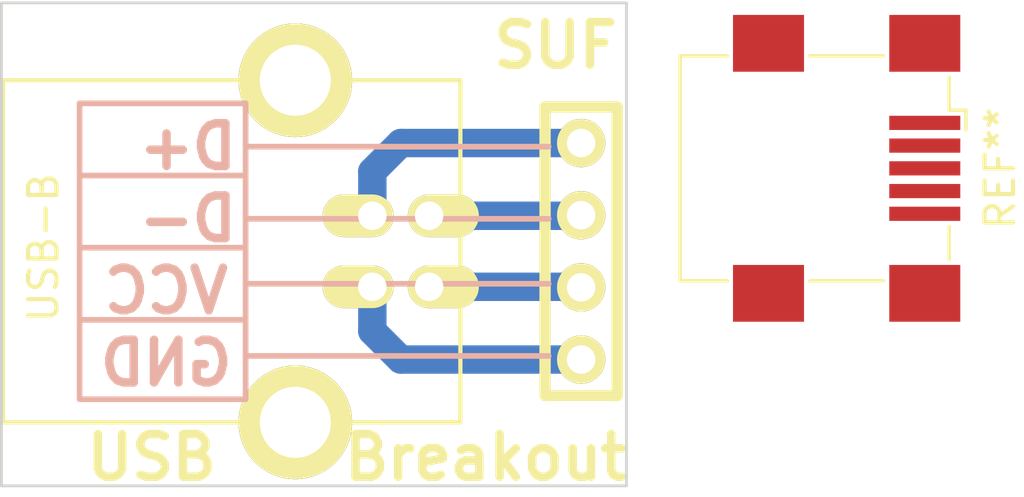
<source format=kicad_pcb>
(kicad_pcb (version 20241229) (generator "pcbnew") (generator_version "9.0")
  (layers (0 "F.Cu" signal) (2 "B.Cu" signal) (13 "F.Paste" user) (15 "B.Paste" user) (5 "F.SilkS" user "F.Silkscreen") (7 "B.SilkS" user "B.Silkscreen") (1 "F.Mask" user) (3 "B.Mask" user) (25 "Edge.Cuts" user))
  (net 0 "")
  (footprint "USB-B" (layer "F.Cu") (at 64.055 58.745 -90)
    (property "Reference" "USB-B" (at -0.127 12.573 270) (layer "F.SilkS"))
    (property "Value" "VAL**" (hide yes))
    (fp_line (start -6.02 14) (end -6.02 -2.1) (stroke (width 0.15)) (layer "F.SilkS"))
    (fp_line (start 6.02 14) (end -6.02 14) (stroke (width 0.15)) (layer "F.SilkS"))
    (fp_line (start -6.02 -2.1) (end 6.02 -2.1) (stroke (width 0.15)) (layer "F.SilkS"))
    (fp_line (start 6.02 -2.1) (end 6.02 14) (stroke (width 0.15)) (layer "F.SilkS"))
    (pad "" thru_hole circle (at -6.02 3.71 270) (size 4 4) (drill 2.5) (layers "*.Cu" "*.Mask" "F.SilkS"))
    (pad "" thru_hole circle (at 6.02 3.71 270) (size 4 4) (drill 2.5) (layers "*.Cu" "*.Mask" "F.SilkS"))
    (pad "1" thru_hole oval (at 1.25 -1 270) (size 1.5 2.5) (drill 1 (offset 0 -0.5)) (layers "*.Cu" "*.Mask" "F.SilkS"))
    (pad "2" thru_hole oval (at -1.25 -1 270) (size 1.5 2.5) (drill 1 (offset 0 -0.5)) (layers "*.Cu" "*.Mask" "F.SilkS"))
    (pad "3" thru_hole oval (at -1.25 1 270) (size 1.5 2.5) (drill 1 (offset 0 0.5)) (layers "*.Cu" "*.Mask" "F.SilkS"))
    (pad "4" thru_hole oval (at 1.25 1 270) (size 1.5 2.5) (drill 1 (offset 0 0.5)) (layers "*.Cu" "*.Mask" "F.SilkS"))
  )
  (footprint "HDR-4" (layer "F.Cu") (at 70.405 58.745 90)
    (property "Reference" "HDR-4" (hide yes))
    (property "Value" "VAL**" (hide yes))
    (fp_line (start 5.08 -1.27) (end 5.08 1.27) (stroke (width 0.39878)) (layer "F.SilkS"))
    (fp_line (start -5.08 -1.27) (end 5.08 -1.27) (stroke (width 0.39878)) (layer "F.SilkS"))
    (fp_line (start -5.08 -1.27) (end -5.08 1.27) (stroke (width 0.381)) (layer "F.SilkS"))
    (fp_line (start -5.08 1.27) (end 5.08 1.27) (stroke (width 0.39878)) (layer "F.SilkS"))
    (pad "1" thru_hole circle (at -3.81 0 90) (size 1.69926 1.69926) (drill 1.00076) (layers "*.Cu" "*.Mask" "F.SilkS"))
    (pad "2" thru_hole circle (at -1.27 0 90) (size 1.69926 1.69926) (drill 1.00076) (layers "*.Cu" "*.Mask" "F.SilkS"))
    (pad "3" thru_hole circle (at 1.27 0 90) (size 1.69926 1.69926) (drill 1.00076) (layers "*.Cu" "*.Mask" "F.SilkS"))
    (pad "4" thru_hole circle (at 3.81 0 90) (size 1.69926 1.69926) (drill 1.00076) (layers "*.Cu" "*.Mask" "F.SilkS"))
  )
  (footprint "Connector_USB:USB_Mini-B_Wuerth_65100516121_Horizontal" (layer "F.Cu") (at 79.9 55.825 -90)
    (property "Reference" "REF**" (at 0 -5.25 90) (layer "F.SilkS"))
    (property "Value" "USB_Mini-B_Wuerth_65100516121_Horizontal")
    (fp_line (start -3.96 6.01) (end 3.96 6.01) (stroke (width 0.12)) (layer "F.SilkS"))
    (fp_line (start 3.96 6.01) (end 3.96 4.35) (stroke (width 0.12)) (layer "F.SilkS"))
    (fp_line (start -3.96 4.35) (end -3.96 6.01) (stroke (width 0.12)) (layer "F.SilkS"))
    (fp_line (start -3.96 1.45) (end -3.96 -1.15) (stroke (width 0.12)) (layer "F.SilkS"))
    (fp_line (start 3.96 -1.15) (end 3.96 1.45) (stroke (width 0.12)) (layer "F.SilkS"))
    (fp_line (start -3.2 -3.46) (end -2.05 -3.46) (stroke (width 0.12)) (layer "F.SilkS"))
    (fp_line (start -2.05 -3.46) (end -2.05 -4.05) (stroke (width 0.12)) (layer "F.SilkS"))
    (fp_line (start 2.05 -3.46) (end 3.2 -3.46) (stroke (width 0.12)) (layer "F.SilkS"))
    (fp_line (start -2.05 -4.05) (end -1.35 -4.05) (stroke (width 0.12)) (layer "F.SilkS"))
    (pad "" np_thru_hole circle (at -2.2 0 270) (size 0.9 0.9) (drill 0.9) (layers "*.Cu" "*.Mask"))
    (pad "" np_thru_hole circle (at 2.2 0 270) (size 0.9 0.9) (drill 0.9) (layers "*.Cu" "*.Mask"))
    (pad "1" smd rect (at -1.6 -2.6 270) (size 0.5 2.5) (layers "F.Cu" "F.Mask" "F.Paste"))
    (pad "2" smd rect (at -0.8 -2.6 270) (size 0.5 2.5) (layers "F.Cu" "F.Mask" "F.Paste"))
    (pad "3" smd rect (at 0 -2.6 270) (size 0.5 2.5) (layers "F.Cu" "F.Mask" "F.Paste"))
    (pad "4" smd rect (at 0.8 -2.6 270) (size 0.5 2.5) (layers "F.Cu" "F.Mask" "F.Paste"))
    (pad "5" smd rect (at 1.6 -2.6 270) (size 0.5 2.5) (layers "F.Cu" "F.Mask" "F.Paste"))
    (pad "6" smd rect (at -4.4 -2.6 270) (size 2 2.5) (layers "F.Cu" "F.Mask" "F.Paste"))
    (pad "6" smd rect (at -4.4 2.9 270) (size 2 2.5) (layers "F.Cu" "F.Mask" "F.Paste"))
    (pad "6" smd rect (at 4.4 -2.6 270) (size 2 2.5) (layers "F.Cu" "F.Mask" "F.Paste"))
    (pad "6" smd rect (at 4.4 2.9 270) (size 2 2.5) (layers "F.Cu" "F.Mask" "F.Paste"))
  )
  (gr_line (start 69.262 55.062) (end 58.594 55.062) (stroke (width 0.2)) (layer "B.SilkS"))
  (gr_line (start 58.594 58.618) (end 52.752 58.618) (stroke (width 0.2)) (layer "B.SilkS"))
  (gr_line (start 69.262 59.888) (end 58.594 59.888) (stroke (width 0.2)) (layer "B.SilkS"))
  (gr_line (start 69.262 57.602) (end 58.594 57.602) (stroke (width 0.2)) (layer "B.SilkS"))
  (gr_line (start 58.594 56.078) (end 52.752 56.078) (stroke (width 0.2)) (layer "B.SilkS"))
  (gr_line (start 52.752 63.952) (end 52.752 53.538) (stroke (width 0.2)) (layer "B.SilkS"))
  (gr_line (start 58.594 63.952) (end 52.752 63.952) (stroke (width 0.2)) (layer "B.SilkS"))
  (gr_line (start 52.752 53.538) (end 58.594 53.538) (stroke (width 0.2)) (layer "B.SilkS"))
  (gr_line (start 58.594 61.158) (end 52.752 61.158) (stroke (width 0.2)) (layer "B.SilkS"))
  (gr_line (start 58.594 53.538) (end 58.594 63.952) (stroke (width 0.2)) (layer "B.SilkS"))
  (gr_line (start 69.262 62.428) (end 58.594 62.428) (stroke (width 0.2)) (layer "B.SilkS"))
  (gr_line (start 50 50) (end 72 50) (stroke (width 0.1)) (layer "Edge.Cuts"))
  (gr_line (start 72 50) (end 72 67) (stroke (width 0.1)) (layer "Edge.Cuts"))
  (gr_line (start 72 67) (end 50 67) (stroke (width 0.1)) (layer "Edge.Cuts"))
  (gr_line (start 50 67) (end 50 50) (stroke (width 0.1)) (layer "Edge.Cuts"))
  (gr_text "SUF" (at 69.5 51.5 0) (layer "F.SilkS") (effects (font (size 1.5 1.5) (thickness 0.3))))
  (gr_text "USB    Breakout" (at 62.5 66 0) (layer "F.SilkS") (effects (font (size 1.5 1.5) (thickness 0.3))))
  (gr_text "GND" (at 55.8 62.682 0) (layer "B.SilkS") (effects (font (size 1.5 1.5) (thickness 0.3)) (justify mirror)))
  (gr_text "VCC" (at 55.8 60.142 0) (layer "B.SilkS") (effects (font (size 1.5 1.5) (thickness 0.3)) (justify mirror)))
  (gr_text "D-" (at 56.562 57.602 0) (layer "B.SilkS") (effects (font (size 1.5 1.5) (thickness 0.3)) (justify mirror)))
  (gr_text "D+" (at 56.562 55.062 0) (layer "B.SilkS") (effects (font (size 1.5 1.5) (thickness 0.3)) (justify mirror)))
  (segment (start 70.385 59.995) (end 70.405 60.015) (width 1) (layer "B.Cu") (net 0))
  (segment (start 63.055 61.555) (end 64.055 62.555) (width 1) (layer "B.Cu") (net 0))
  (segment (start 64.055 62.555) (end 70.405 62.555) (width 1) (layer "B.Cu") (net 0))
  (segment (start 63.055 55.935) (end 64.055 54.935) (width 1) (layer "B.Cu") (net 0))
  (segment (start 64.055 54.935) (end 70.405 54.935) (width 1) (layer "B.Cu") (net 0))
  (segment (start 70.385 57.495) (end 70.405 57.475) (width 1) (layer "B.Cu") (net 0))
  (segment (start 63.055 57.495) (end 63.055 55.935) (width 1) (layer "B.Cu") (net 0))
  (segment (start 63.055 59.995) (end 63.055 61.555) (width 1) (layer "B.Cu") (net 0))
  (segment (start 65.055 59.995) (end 70.385 59.995) (width 1) (layer "B.Cu") (net 0))
  (segment (start 65.055 57.495) (end 70.385 57.495) (width 1) (layer "B.Cu") (net 0))
)
</source>
